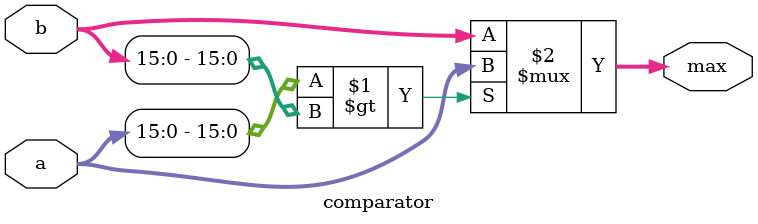
<source format=sv>
module comparator(
  input [24:0] a,
  input [24:0] b,
  output [24:0] max
);
// we are using unsigned numbers:
assign max = (a[15:0] > b[15:0]) ? a : b;  
  
endmodule
</source>
